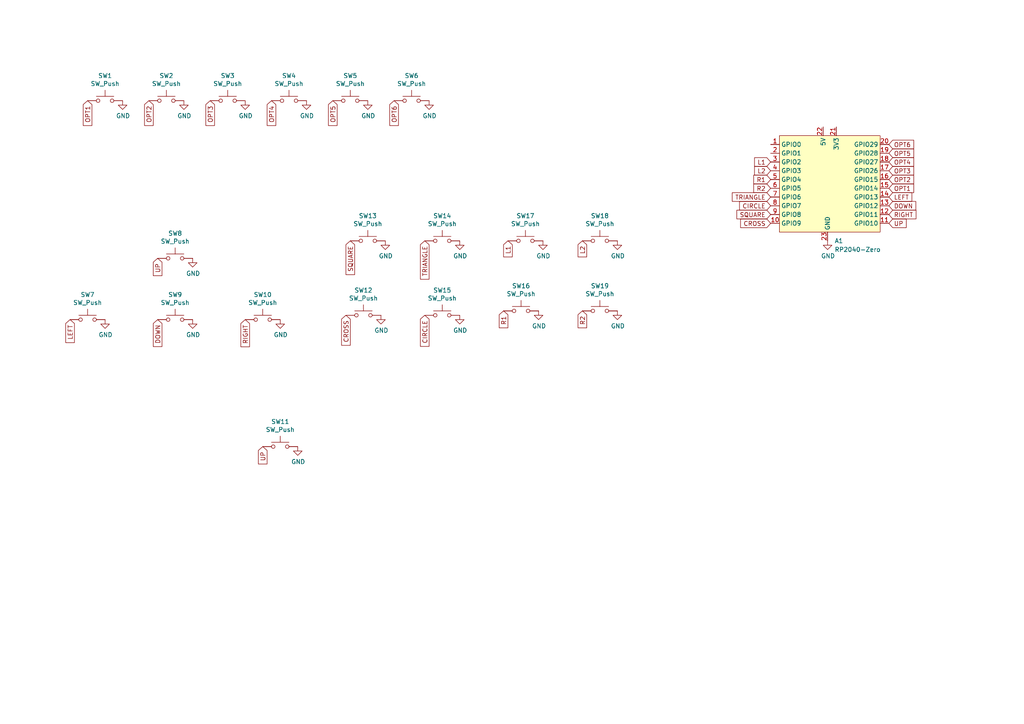
<source format=kicad_sch>
(kicad_sch (version 20230121) (generator eeschema)
  (paper "A4")
  (lib_symbols
    (symbol "RP2040-Zero:RP2040-Zero"
      (property "Reference" "U" (at 0 1.27 0))
      (property "Value" "RP2040-Zero" (at 0 -1.27 0))
      (symbol "RP2040-Zero_0_1"
        (rectangle (start -13.97 12.7) (end 15.24 -15.24) (fill (type background)))
      )
      (symbol "RP2040-Zero_1_1"
        (pin bidirectional line (at -16.51 10.16 0) (length 2.54) (name "GPIO0") (number "1"))
        (pin bidirectional line (at -16.51 -12.7 0) (length 2.54) (name "GPIO9") (number "10"))
        (pin bidirectional line (at 17.78 -12.7 180) (length 2.54) (name "GPIO10") (number "11"))
        (pin bidirectional line (at 17.78 -10.16 180) (length 2.54) (name "GPIO11") (number "12"))
        (pin bidirectional line (at 17.78 -7.62 180) (length 2.54) (name "GPIO12") (number "13"))
        (pin bidirectional line (at 17.78 -5.08 180) (length 2.54) (name "GPIO13") (number "14"))
        (pin bidirectional line (at 17.78 -2.54 180) (length 2.54) (name "GPIO14") (number "15"))
        (pin bidirectional line (at 17.78 0 180) (length 2.54) (name "GPIO15") (number "16"))
        (pin bidirectional line (at 17.78 2.54 180) (length 2.54) (name "GPIO26") (number "17"))
        (pin bidirectional line (at 17.78 5.08 180) (length 2.54) (name "GPIO27") (number "18"))
        (pin bidirectional line (at 17.78 7.62 180) (length 2.54) (name "GPIO28") (number "19"))
        (pin bidirectional line (at -16.51 7.62 0) (length 2.54) (name "GPIO1") (number "2"))
        (pin bidirectional line (at 17.78 10.16 180) (length 2.54) (name "GPIO29") (number "20"))
        (pin power_out line (at 2.54 15.24 270) (length 2.54) (name "3V3") (number "21"))
        (pin power_in line (at -1.27 15.24 270) (length 2.54) (name "5V") (number "22"))
        (pin power_in line (at 0 -17.78 90) (length 2.54) (name "GND") (number "23"))
        (pin bidirectional line (at -16.51 5.08 0) (length 2.54) (name "GPIO2") (number "3"))
        (pin bidirectional line (at -16.51 2.54 0) (length 2.54) (name "GPIO3") (number "4"))
        (pin bidirectional line (at -16.51 0 0) (length 2.54) (name "GPIO4") (number "5"))
        (pin bidirectional line (at -16.51 -2.54 0) (length 2.54) (name "GPIO5") (number "6"))
        (pin bidirectional line (at -16.51 -5.08 0) (length 2.54) (name "GPIO6") (number "7"))
        (pin bidirectional line (at -16.51 -7.62 0) (length 2.54) (name "GPIO7") (number "8"))
        (pin bidirectional line (at -16.51 -10.16 0) (length 2.54) (name "GPIO8") (number "9"))
      )
    )
    (symbol "Switch:SW_Push" (pin_numbers hide) (pin_names (offset 1.016) hide)
      (property "Reference" "SW" (at 1.27 2.54 0))
      (property "Value" "SW_Push" (at 0 -1.524 0))
      (symbol "SW_Push_0_1"
        (circle (center -2.032 0) (radius 0.508))
        (polyline (pts (xy 0 1.27) (xy 0 3.048)))
        (polyline (pts (xy 2.54 1.27) (xy -2.54 1.27)))
        (circle (center 2.032 0) (radius 0.508))
        (pin passive line (at -5.08 0 0) (length 2.54) (name "1") (number "1"))
        (pin passive line (at 5.08 0 180) (length 2.54) (name "2") (number "2"))
      )
    )
    (symbol "power:GND" (power) (pin_names (offset 0))
      (property "Value" "GND" (at 0 -3.81 0))
      (symbol "GND_0_1"
        (polyline (pts (xy 0 0) (xy 0 -1.27) (xy 1.27 -1.27) (xy 0 -2.54) (xy -1.27 -1.27) (xy 0 -1.27)))
      )
      (symbol "GND_1_1"
        (pin power_in line (at 0 0 270) (length 0) hide (name "GND") (number "1"))
      )
    )
  )
  (global_label "OPT6" (shape input) (at 114.3 29.21 270) (property "Intersheetrefs" "${INTERSHEET_REFS}" (effects hide)))
  (global_label "OPT5" (shape input) (at 96.52 29.21 270) (property "Intersheetrefs" "${INTERSHEET_REFS}" (effects hide)))
  (global_label "R2" (shape input) (at 168.91 90.17 270) (property "Intersheetrefs" "${INTERSHEET_REFS}" (effects hide)))
  (global_label "UP" (shape input) (at 76.2 129.54 270) (property "Intersheetrefs" "${INTERSHEET_REFS}" (effects hide)))
  (global_label "OPT3" (shape input) (at 257.81 49.53 0) (property "Intersheetrefs" "${INTERSHEET_REFS}" (effects hide)))
  (global_label "OPT6" (shape input) (at 257.81 41.91 0) (property "Intersheetrefs" "${INTERSHEET_REFS}" (effects hide)))
  (global_label "OPT4" (shape input) (at 78.74 29.21 270) (property "Intersheetrefs" "${INTERSHEET_REFS}" (effects hide)))
  (global_label "UP" (shape input) (at 45.72 74.93 270) (property "Intersheetrefs" "${INTERSHEET_REFS}" (effects hide)))
  (global_label "CROSS" (shape input) (at 100.33 91.44 270) (property "Intersheetrefs" "${INTERSHEET_REFS}" (effects hide)))
  (global_label "OPT2" (shape input) (at 257.81 52.07 0) (property "Intersheetrefs" "${INTERSHEET_REFS}" (effects hide)))
  (global_label "DOWN" (shape input) (at 45.72 92.71 270) (property "Intersheetrefs" "${INTERSHEET_REFS}" (effects hide)))
  (global_label "SQUARE" (shape input) (at 101.6 69.85 270) (property "Intersheetrefs" "${INTERSHEET_REFS}" (effects hide)))
  (global_label "OPT4" (shape input) (at 257.81 46.99 0) (property "Intersheetrefs" "${INTERSHEET_REFS}" (effects hide)))
  (global_label "L2" (shape input) (at 168.91 69.85 270) (property "Intersheetrefs" "${INTERSHEET_REFS}" (effects hide)))
  (global_label "RIGHT" (shape input) (at 71.12 92.71 270) (property "Intersheetrefs" "${INTERSHEET_REFS}" (effects hide)))
  (global_label "CROSS" (shape input) (at 223.52 64.77 180) (property "Intersheetrefs" "${INTERSHEET_REFS}" (effects hide)))
  (global_label "OPT2" (shape input) (at 43.18 29.21 270) (property "Intersheetrefs" "${INTERSHEET_REFS}" (effects hide)))
  (global_label "R1" (shape input) (at 223.52 52.07 180) (property "Intersheetrefs" "${INTERSHEET_REFS}" (effects hide)))
  (global_label "TRIANGLE" (shape input) (at 123.19 69.85 270) (property "Intersheetrefs" "${INTERSHEET_REFS}" (effects hide)))
  (global_label "L1" (shape input) (at 147.32 69.85 270) (property "Intersheetrefs" "${INTERSHEET_REFS}" (effects hide)))
  (global_label "CIRCLE" (shape input) (at 223.52 59.69 180) (property "Intersheetrefs" "${INTERSHEET_REFS}" (effects hide)))
  (global_label "TRIANGLE" (shape input) (at 223.52 57.15 180) (property "Intersheetrefs" "${INTERSHEET_REFS}" (effects hide)))
  (global_label "SQUARE" (shape input) (at 223.52 62.23 180) (property "Intersheetrefs" "${INTERSHEET_REFS}" (effects hide)))
  (global_label "OPT3" (shape input) (at 60.96 29.21 270) (property "Intersheetrefs" "${INTERSHEET_REFS}" (effects hide)))
  (global_label "R1" (shape input) (at 146.05 90.17 270) (property "Intersheetrefs" "${INTERSHEET_REFS}" (effects hide)))
  (global_label "LEFT" (shape input) (at 257.81 57.15 0) (property "Intersheetrefs" "${INTERSHEET_REFS}" (effects hide)))
  (global_label "OPT1" (shape input) (at 25.4 29.21 270) (property "Intersheetrefs" "${INTERSHEET_REFS}" (effects hide)))
  (global_label "RIGHT" (shape input) (at 257.81 62.23 0) (property "Intersheetrefs" "${INTERSHEET_REFS}" (effects hide)))
  (global_label "OPT1" (shape input) (at 257.81 54.61 0) (property "Intersheetrefs" "${INTERSHEET_REFS}" (effects hide)))
  (global_label "CIRCLE" (shape input) (at 123.19 91.44 270) (property "Intersheetrefs" "${INTERSHEET_REFS}" (effects hide)))
  (global_label "L2" (shape input) (at 223.52 49.53 180) (property "Intersheetrefs" "${INTERSHEET_REFS}" (effects hide)))
  (global_label "L1" (shape input) (at 223.52 46.99 180) (property "Intersheetrefs" "${INTERSHEET_REFS}" (effects hide)))
  (global_label "OPT5" (shape input) (at 257.81 44.45 0) (property "Intersheetrefs" "${INTERSHEET_REFS}" (effects hide)))
  (global_label "UP" (shape input) (at 257.81 64.77 0) (property "Intersheetrefs" "${INTERSHEET_REFS}" (effects hide)))
  (global_label "DOWN" (shape input) (at 257.81 59.69 0) (property "Intersheetrefs" "${INTERSHEET_REFS}" (effects hide)))
  (global_label "LEFT" (shape input) (at 20.32 92.71 270) (property "Intersheetrefs" "${INTERSHEET_REFS}" (effects hide)))
  (global_label "R2" (shape input) (at 223.52 54.61 180) (property "Intersheetrefs" "${INTERSHEET_REFS}" (effects hide)))
  (symbol (lib_id "power:GND") (at 157.48 69.85 0) (unit 1)
    (property "Reference" "#PWR0117" (effects hide))
    (property "Value" "GND" (at 157.607 74.2442 0))
  )
  (symbol (lib_id "Switch:SW_Push") (at 30.48 29.21 0) (unit 1)
    (property "Reference" "SW1" (at 30.48 21.971 0))
    (property "Value" "SW_Push" (at 30.48 24.2824 0))
    (property "Footprint" "UWUmasterGatekeeperHusoLib:Kailh_socket_MX_Solder x HS Arcade Keycap 20.9" (effects hide))
  )
  (symbol (lib_id "Switch:SW_Push") (at 48.26 29.21 0) (unit 1)
    (property "Reference" "SW2" (at 48.26 21.971 0))
    (property "Value" "SW_Push" (at 48.26 24.2824 0))
    (property "Footprint" "UWUmasterGatekeeperHusoLib:Kailh_socket_MX_Solder x HS Arcade Keycap 20.9" (effects hide))
  )
  (symbol (lib_id "power:GND") (at 55.88 74.93 0) (unit 1)
    (property "Reference" "#PWR0104" (effects hide))
    (property "Value" "GND" (at 56.007 79.3242 0))
  )
  (symbol (lib_id "power:GND") (at 35.56 29.21 0) (unit 1)
    (property "Reference" "#PWR0102" (effects hide))
    (property "Value" "GND" (at 35.687 33.6042 0))
  )
  (symbol (lib_id "power:GND") (at 156.21 90.17 0) (unit 1)
    (property "Reference" "#PWR0119" (effects hide))
    (property "Value" "GND" (at 156.337 94.5642 0))
  )
  (symbol (lib_id "power:GND") (at 111.76 69.85 0) (unit 1)
    (property "Reference" "#PWR0103" (effects hide))
    (property "Value" "GND" (at 111.887 74.2442 0))
  )
  (symbol (lib_id "Switch:SW_Push") (at 152.4 69.85 0) (unit 1)
    (property "Reference" "SW17" (at 152.4 62.611 0))
    (property "Value" "SW_Push" (at 152.4 64.9224 0))
    (property "Footprint" "UWUmasterGatekeeperHusoLib:Kailh_socket_MX_Solder x HS Arcade Keycap 20.9" (effects hide))
  )
  (symbol (lib_id "power:GND") (at 240.03 69.85 0) (unit 1)
    (property "Reference" "#PWR0121" (effects hide))
    (property "Value" "GND" (at 240.157 74.2442 0))
  )
  (symbol (lib_id "Switch:SW_Push") (at 101.6 29.21 0) (unit 1)
    (property "Reference" "SW5" (at 101.6 21.971 0))
    (property "Value" "SW_Push" (at 101.6 24.2824 0))
    (property "Footprint" "UWUmasterGatekeeperHusoLib:Kailh_socket_MX_Solder x HS Arcade Keycap 20.9" (effects hide))
  )
  (symbol (lib_id "Switch:SW_Push") (at 151.13 90.17 0) (unit 1)
    (property "Reference" "SW16" (at 151.13 82.931 0))
    (property "Value" "SW_Push" (at 151.13 85.2424 0))
    (property "Footprint" "UWUmasterGatekeeperHusoLib:Kailh_socket_MX_Solder x HS Arcade Keycap 20.9" (effects hide))
  )
  (symbol (lib_id "Switch:SW_Push") (at 81.28 129.54 0) (unit 1)
    (property "Reference" "SW11" (at 81.28 122.301 0))
    (property "Value" "SW_Push" (at 81.28 124.6124 0))
    (property "Footprint" "UWUmasterGatekeeperHusoLib:Kailh_socket_MX_Solder x HS Arcade Keycap 26.15" (effects hide))
  )
  (symbol (lib_id "Switch:SW_Push") (at 50.8 92.71 0) (unit 1)
    (property "Reference" "SW9" (at 50.8 85.471 0))
    (property "Value" "SW_Push" (at 50.8 87.7824 0))
    (property "Footprint" "UWUmasterGatekeeperHusoLib:Kailh_socket_MX_Solder x HS Arcade Keycap 20.9" (effects hide))
  )
  (symbol (lib_id "power:GND") (at 106.68 29.21 0) (unit 1)
    (property "Reference" "#PWR0109" (effects hide))
    (property "Value" "GND" (at 106.807 33.6042 0))
  )
  (symbol (lib_id "Switch:SW_Push") (at 119.38 29.21 0) (unit 1)
    (property "Reference" "SW6" (at 119.38 21.971 0))
    (property "Value" "SW_Push" (at 119.38 24.2824 0))
    (property "Footprint" "UWUmasterGatekeeperHusoLib:Kailh_socket_MX_Solder x HS Arcade Keycap 20.9" (effects hide))
  )
  (symbol (lib_id "power:GND") (at 30.48 92.71 0) (unit 1)
    (property "Reference" "#PWR0111" (effects hide))
    (property "Value" "GND" (at 30.607 97.1042 0))
  )
  (symbol (lib_id "power:GND") (at 71.12 29.21 0) (unit 1)
    (property "Reference" "#PWR0106" (effects hide))
    (property "Value" "GND" (at 71.247 33.6042 0))
  )
  (symbol (lib_id "Switch:SW_Push") (at 173.99 90.17 0) (unit 1)
    (property "Reference" "SW19" (at 173.99 82.931 0))
    (property "Value" "SW_Push" (at 173.99 85.2424 0))
    (property "Footprint" "UWUmasterGatekeeperHusoLib:Kailh_socket_MX_Solder x HS Arcade Keycap 20.9" (effects hide))
  )
  (symbol (lib_id "Switch:SW_Push") (at 25.4 92.71 0) (unit 1)
    (property "Reference" "SW7" (at 25.4 85.471 0))
    (property "Value" "SW_Push" (at 25.4 87.7824 0))
    (property "Footprint" "UWUmasterGatekeeperHusoLib:Kailh_socket_MX_Solder x HS Arcade Keycap 20.9" (effects hide))
  )
  (symbol (lib_id "Switch:SW_Push") (at 66.04 29.21 0) (unit 1)
    (property "Reference" "SW3" (at 66.04 21.971 0))
    (property "Value" "SW_Push" (at 66.04 24.2824 0))
    (property "Footprint" "UWUmasterGatekeeperHusoLib:Kailh_socket_MX_Solder x HS Arcade Keycap 20.9" (effects hide))
  )
  (symbol (lib_id "power:GND") (at 110.49 91.44 0) (unit 1)
    (property "Reference" "#PWR0110" (effects hide))
    (property "Value" "GND" (at 110.617 95.8342 0))
  )
  (symbol (lib_id "Switch:SW_Push") (at 83.82 29.21 0) (unit 1)
    (property "Reference" "SW4" (at 83.82 21.971 0))
    (property "Value" "SW_Push" (at 83.82 24.2824 0))
    (property "Footprint" "UWUmasterGatekeeperHusoLib:Kailh_socket_MX_Solder x HS Arcade Keycap 20.9" (effects hide))
  )
  (symbol (lib_id "power:GND") (at 124.46 29.21 0) (unit 1)
    (property "Reference" "#PWR0108" (effects hide))
    (property "Value" "GND" (at 124.587 33.6042 0))
  )
  (symbol (lib_id "power:GND") (at 133.35 69.85 0) (unit 1)
    (property "Reference" "#PWR0116" (effects hide))
    (property "Value" "GND" (at 133.477 74.2442 0))
  )
  (symbol (lib_id "power:GND") (at 81.28 92.71 0) (unit 1)
    (property "Reference" "#PWR0112" (effects hide))
    (property "Value" "GND" (at 81.407 97.1042 0))
  )
  (symbol (lib_id "Switch:SW_Push") (at 76.2 92.71 0) (unit 1)
    (property "Reference" "SW10" (at 76.2 85.471 0))
    (property "Value" "SW_Push" (at 76.2 87.7824 0))
    (property "Footprint" "UWUmasterGatekeeperHusoLib:Kailh_socket_MX_Solder x HS Arcade Keycap 20.9" (effects hide))
  )
  (symbol (lib_id "power:GND") (at 133.35 91.44 0) (unit 1)
    (property "Reference" "#PWR0118" (effects hide))
    (property "Value" "GND" (at 133.477 95.8342 0))
  )
  (symbol (lib_id "RP2040-Zero:RP2040-Zero") (at 240.03 52.07 0) (unit 1)
    (property "Reference" "A1" (at 242.0494 69.85 0) (effects (justify left)))
    (property "Value" "RP2040-Zero" (at 242.0494 72.39 0) (effects (justify left)))
    (property "Footprint" "RP2040-Zero:RP2040-Zero" (effects hide))
  )
  (symbol (lib_id "power:GND") (at 86.36 129.54 0) (unit 1)
    (property "Reference" "#PWR0113" (effects hide))
    (property "Value" "GND" (at 86.487 133.9342 0))
  )
  (symbol (lib_id "Switch:SW_Push") (at 50.8 74.93 0) (unit 1)
    (property "Reference" "SW8" (at 50.8 67.691 0))
    (property "Value" "SW_Push" (at 50.8 70.0024 0))
    (property "Footprint" "UWUmasterGatekeeperHusoLib:Kailh_socket_MX_Solder x HS Arcade Keycap 20.9" (effects hide))
  )
  (symbol (lib_id "Switch:SW_Push") (at 128.27 91.44 0) (unit 1)
    (property "Reference" "SW15" (at 128.27 84.201 0))
    (property "Value" "SW_Push" (at 128.27 86.5124 0))
    (property "Footprint" "UWUmasterGatekeeperHusoLib:Kailh_socket_MX_Solder x HS Arcade Keycap 20.9" (effects hide))
  )
  (symbol (lib_id "Switch:SW_Push") (at 128.27 69.85 0) (unit 1)
    (property "Reference" "SW14" (at 128.27 62.611 0))
    (property "Value" "SW_Push" (at 128.27 64.9224 0))
    (property "Footprint" "UWUmasterGatekeeperHusoLib:Kailh_socket_MX_Solder x HS Arcade Keycap 20.9" (effects hide))
  )
  (symbol (lib_id "power:GND") (at 179.07 90.17 0) (unit 1)
    (property "Reference" "#PWR0114" (effects hide))
    (property "Value" "GND" (at 179.197 94.5642 0))
  )
  (symbol (lib_id "power:GND") (at 179.07 69.85 0) (unit 1)
    (property "Reference" "#PWR0115" (effects hide))
    (property "Value" "GND" (at 179.197 74.2442 0))
  )
  (symbol (lib_id "Switch:SW_Push") (at 106.68 69.85 0) (unit 1)
    (property "Reference" "SW13" (at 106.68 62.611 0))
    (property "Value" "SW_Push" (at 106.68 64.9224 0))
    (property "Footprint" "UWUmasterGatekeeperHusoLib:Kailh_socket_MX_Solder x HS Arcade Keycap 20.9" (effects hide))
  )
  (symbol (lib_id "Switch:SW_Push") (at 105.41 91.44 0) (unit 1)
    (property "Reference" "SW12" (at 105.41 84.201 0))
    (property "Value" "SW_Push" (at 105.41 86.5124 0))
    (property "Footprint" "UWUmasterGatekeeperHusoLib:Kailh_socket_MX_Solder x HS Arcade Keycap 20.9" (effects hide))
  )
  (symbol (lib_id "power:GND") (at 55.88 92.71 0) (unit 1)
    (property "Reference" "#PWR0105" (effects hide))
    (property "Value" "GND" (at 56.007 97.1042 0))
  )
  (symbol (lib_id "power:GND") (at 53.34 29.21 0) (unit 1)
    (property "Reference" "#PWR0101" (effects hide))
    (property "Value" "GND" (at 53.467 33.6042 0))
  )
  (symbol (lib_id "Switch:SW_Push") (at 173.99 69.85 0) (unit 1)
    (property "Reference" "SW18" (at 173.99 62.611 0))
    (property "Value" "SW_Push" (at 173.99 64.9224 0))
    (property "Footprint" "UWUmasterGatekeeperHusoLib:Kailh_socket_MX_Solder x HS Arcade Keycap 20.9" (effects hide))
  )
  (symbol (lib_id "power:GND") (at 88.9 29.21 0) (unit 1)
    (property "Reference" "#PWR0107" (effects hide))
    (property "Value" "GND" (at 89.027 33.6042 0))
  )
)
</source>
